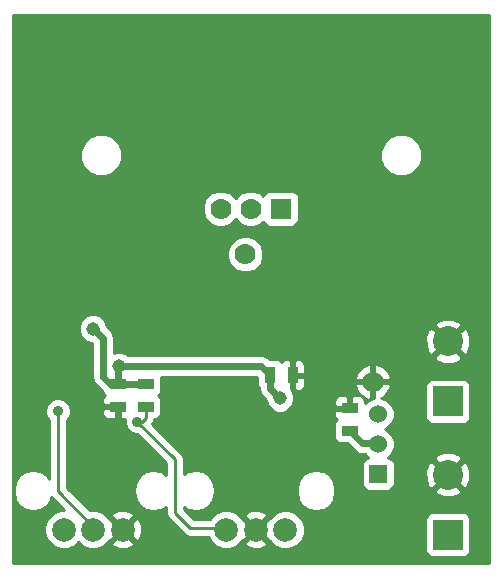
<source format=gbl>
G04 (created by PCBNEW (2013-07-07 BZR 4022)-stable) date 26/09/2015 17:58:38*
%MOIN*%
G04 Gerber Fmt 3.4, Leading zero omitted, Abs format*
%FSLAX34Y34*%
G01*
G70*
G90*
G04 APERTURE LIST*
%ADD10C,0.00393701*%
%ADD11R,0.055X0.035*%
%ADD12R,0.035X0.055*%
%ADD13C,0.07*%
%ADD14R,0.06X0.06*%
%ADD15C,0.06*%
%ADD16R,0.1X0.1*%
%ADD17C,0.1*%
%ADD18R,0.07X0.07*%
%ADD19C,0.0787402*%
%ADD20C,0.045*%
%ADD21C,0.035*%
%ADD22C,0.024*%
%ADD23C,0.01*%
G04 APERTURE END LIST*
G54D10*
G54D11*
X53275Y-28225D03*
X53275Y-27475D03*
G54D12*
X50625Y-26375D03*
X51375Y-26375D03*
G54D11*
X45550Y-26675D03*
X45550Y-27425D03*
X46475Y-26675D03*
X46475Y-27425D03*
G54D13*
X49803Y-22353D03*
X54046Y-26596D03*
G54D14*
X54225Y-29675D03*
G54D15*
X54225Y-28675D03*
X54225Y-27675D03*
G54D16*
X56550Y-31700D03*
G54D17*
X56550Y-29700D03*
G54D16*
X56550Y-27250D03*
G54D17*
X56550Y-25250D03*
G54D13*
X48975Y-20825D03*
X49975Y-20825D03*
G54D18*
X50975Y-20825D03*
G54D19*
X50150Y-31525D03*
X51134Y-31525D03*
X49165Y-31525D03*
X44725Y-31525D03*
X45709Y-31525D03*
X43740Y-31525D03*
G54D20*
X44725Y-24825D03*
X50950Y-27150D03*
X45600Y-26075D03*
X48700Y-29325D03*
X43700Y-25575D03*
X51200Y-27850D03*
X45550Y-28200D03*
G54D21*
X46200Y-27925D03*
X43550Y-27575D03*
G54D22*
X53275Y-28225D02*
X53700Y-28650D01*
X54200Y-28650D02*
X54225Y-28675D01*
X53700Y-28650D02*
X54200Y-28650D01*
X45050Y-25150D02*
X45050Y-26175D01*
X44725Y-24825D02*
X45050Y-25150D01*
X46475Y-26675D02*
X45550Y-26675D01*
X46150Y-26075D02*
X50325Y-26075D01*
X45600Y-26075D02*
X46150Y-26075D01*
X50325Y-26075D02*
X50625Y-26375D01*
X50950Y-27150D02*
X50625Y-26825D01*
X50625Y-26825D02*
X50625Y-26375D01*
X45050Y-26175D02*
X45050Y-26425D01*
X45300Y-26675D02*
X45550Y-26675D01*
X45050Y-26425D02*
X45300Y-26675D01*
X45550Y-26675D02*
X45550Y-26125D01*
X45550Y-26125D02*
X45600Y-26075D01*
X45050Y-26175D02*
X45050Y-26200D01*
X45600Y-26075D02*
X45575Y-26100D01*
X45550Y-27425D02*
X45550Y-28200D01*
X45550Y-28200D02*
X45575Y-28175D01*
G54D23*
X46200Y-27925D02*
X47450Y-29175D01*
X49115Y-31475D02*
X49165Y-31525D01*
X47950Y-31475D02*
X49115Y-31475D01*
X47450Y-30975D02*
X47950Y-31475D01*
X47450Y-29175D02*
X47450Y-30975D01*
X46200Y-27925D02*
X46350Y-27925D01*
X46475Y-27800D02*
X46475Y-27425D01*
X46350Y-27925D02*
X46475Y-27800D01*
X44725Y-31425D02*
X44725Y-31525D01*
X43550Y-30250D02*
X44725Y-31425D01*
X43550Y-27575D02*
X43550Y-30250D01*
G54D10*
G36*
X57930Y-32630D02*
X57303Y-32630D01*
X57303Y-29829D01*
X57303Y-25379D01*
X57295Y-25081D01*
X57196Y-24841D01*
X57080Y-24790D01*
X57009Y-24860D01*
X57009Y-24719D01*
X56958Y-24603D01*
X56679Y-24496D01*
X56381Y-24504D01*
X56141Y-24603D01*
X56090Y-24719D01*
X56550Y-25179D01*
X57009Y-24719D01*
X57009Y-24860D01*
X56620Y-25250D01*
X57080Y-25709D01*
X57196Y-25658D01*
X57303Y-25379D01*
X57303Y-29829D01*
X57300Y-29691D01*
X57300Y-27700D01*
X57300Y-26700D01*
X57262Y-26608D01*
X57191Y-26538D01*
X57099Y-26500D01*
X57009Y-26499D01*
X57009Y-25780D01*
X56550Y-25320D01*
X56479Y-25391D01*
X56479Y-25250D01*
X56019Y-24790D01*
X55903Y-24841D01*
X55796Y-25120D01*
X55804Y-25418D01*
X55903Y-25658D01*
X56019Y-25709D01*
X56479Y-25250D01*
X56479Y-25391D01*
X56090Y-25780D01*
X56141Y-25896D01*
X56420Y-26003D01*
X56718Y-25995D01*
X56958Y-25896D01*
X57009Y-25780D01*
X57009Y-26499D01*
X57000Y-26499D01*
X56000Y-26499D01*
X55908Y-26537D01*
X55838Y-26608D01*
X55800Y-26700D01*
X55799Y-26799D01*
X55799Y-27799D01*
X55837Y-27891D01*
X55908Y-27961D01*
X56000Y-27999D01*
X56099Y-28000D01*
X57099Y-28000D01*
X57191Y-27962D01*
X57261Y-27891D01*
X57299Y-27799D01*
X57300Y-27700D01*
X57300Y-29691D01*
X57295Y-29531D01*
X57196Y-29291D01*
X57080Y-29240D01*
X57009Y-29310D01*
X57009Y-29169D01*
X56958Y-29053D01*
X56679Y-28946D01*
X56381Y-28954D01*
X56141Y-29053D01*
X56090Y-29169D01*
X56550Y-29629D01*
X57009Y-29169D01*
X57009Y-29310D01*
X56620Y-29700D01*
X57080Y-30159D01*
X57196Y-30108D01*
X57303Y-29829D01*
X57303Y-32630D01*
X57300Y-32630D01*
X57300Y-32150D01*
X57300Y-31150D01*
X57262Y-31058D01*
X57191Y-30988D01*
X57099Y-30950D01*
X57009Y-30949D01*
X57009Y-30230D01*
X56550Y-29770D01*
X56479Y-29841D01*
X56479Y-29700D01*
X56019Y-29240D01*
X55903Y-29291D01*
X55796Y-29570D01*
X55804Y-29868D01*
X55903Y-30108D01*
X56019Y-30159D01*
X56479Y-29700D01*
X56479Y-29841D01*
X56090Y-30230D01*
X56141Y-30346D01*
X56420Y-30453D01*
X56718Y-30445D01*
X56958Y-30346D01*
X57009Y-30230D01*
X57009Y-30949D01*
X57000Y-30949D01*
X56000Y-30949D01*
X55908Y-30987D01*
X55838Y-31058D01*
X55800Y-31150D01*
X55799Y-31249D01*
X55799Y-32249D01*
X55837Y-32341D01*
X55908Y-32411D01*
X56000Y-32449D01*
X56099Y-32450D01*
X57099Y-32450D01*
X57191Y-32412D01*
X57261Y-32341D01*
X57299Y-32249D01*
X57300Y-32150D01*
X57300Y-32630D01*
X55702Y-32630D01*
X55702Y-18910D01*
X55596Y-18652D01*
X55398Y-18454D01*
X55140Y-18347D01*
X54860Y-18347D01*
X54602Y-18453D01*
X54404Y-18651D01*
X54297Y-18909D01*
X54297Y-19189D01*
X54403Y-19447D01*
X54601Y-19645D01*
X54859Y-19752D01*
X55139Y-19752D01*
X55397Y-19646D01*
X55595Y-19448D01*
X55702Y-19190D01*
X55702Y-18910D01*
X55702Y-32630D01*
X54775Y-32630D01*
X54775Y-28566D01*
X54691Y-28363D01*
X54536Y-28209D01*
X54455Y-28175D01*
X54536Y-28141D01*
X54690Y-27986D01*
X54774Y-27784D01*
X54775Y-27566D01*
X54691Y-27363D01*
X54536Y-27209D01*
X54334Y-27125D01*
X54332Y-27125D01*
X54407Y-27090D01*
X54568Y-26914D01*
X54640Y-26741D01*
X54640Y-26451D01*
X54540Y-26235D01*
X54364Y-26073D01*
X54191Y-26001D01*
X54096Y-26049D01*
X54096Y-26546D01*
X54593Y-26546D01*
X54640Y-26451D01*
X54640Y-26741D01*
X54593Y-26646D01*
X54096Y-26646D01*
X54096Y-27133D01*
X53996Y-27174D01*
X53996Y-27143D01*
X53996Y-26646D01*
X53996Y-26546D01*
X53996Y-26049D01*
X53901Y-26001D01*
X53685Y-26102D01*
X53523Y-26278D01*
X53451Y-26451D01*
X53499Y-26546D01*
X53996Y-26546D01*
X53996Y-26646D01*
X53499Y-26646D01*
X53451Y-26741D01*
X53552Y-26957D01*
X53728Y-27118D01*
X53901Y-27190D01*
X53996Y-27143D01*
X53996Y-27174D01*
X53913Y-27208D01*
X53800Y-27322D01*
X53800Y-27250D01*
X53762Y-27158D01*
X53691Y-27088D01*
X53599Y-27050D01*
X53500Y-27049D01*
X53387Y-27050D01*
X53325Y-27112D01*
X53325Y-27425D01*
X53332Y-27425D01*
X53332Y-27525D01*
X53325Y-27525D01*
X53325Y-27532D01*
X53225Y-27532D01*
X53225Y-27525D01*
X53225Y-27425D01*
X53225Y-27112D01*
X53162Y-27050D01*
X53049Y-27049D01*
X52950Y-27050D01*
X52858Y-27088D01*
X52787Y-27158D01*
X52749Y-27250D01*
X52750Y-27362D01*
X52812Y-27425D01*
X53225Y-27425D01*
X53225Y-27525D01*
X52812Y-27525D01*
X52750Y-27587D01*
X52749Y-27699D01*
X52787Y-27791D01*
X52846Y-27850D01*
X52788Y-27908D01*
X52750Y-28000D01*
X52749Y-28099D01*
X52749Y-28449D01*
X52787Y-28541D01*
X52858Y-28611D01*
X52950Y-28649D01*
X53049Y-28650D01*
X53176Y-28650D01*
X53438Y-28911D01*
X53558Y-28991D01*
X53700Y-29020D01*
X53792Y-29020D01*
X53897Y-29124D01*
X53875Y-29124D01*
X53783Y-29162D01*
X53713Y-29233D01*
X53675Y-29325D01*
X53674Y-29424D01*
X53674Y-30024D01*
X53712Y-30116D01*
X53783Y-30186D01*
X53875Y-30224D01*
X53974Y-30225D01*
X54574Y-30225D01*
X54666Y-30187D01*
X54736Y-30116D01*
X54774Y-30024D01*
X54775Y-29925D01*
X54775Y-29325D01*
X54737Y-29233D01*
X54666Y-29163D01*
X54574Y-29125D01*
X54552Y-29125D01*
X54690Y-28986D01*
X54774Y-28784D01*
X54775Y-28566D01*
X54775Y-32630D01*
X52801Y-32630D01*
X52801Y-30278D01*
X52801Y-30173D01*
X52752Y-29926D01*
X52613Y-29717D01*
X52404Y-29578D01*
X52157Y-29529D01*
X51911Y-29578D01*
X51800Y-29652D01*
X51800Y-26600D01*
X51800Y-26149D01*
X51799Y-26050D01*
X51761Y-25958D01*
X51691Y-25887D01*
X51599Y-25849D01*
X51575Y-25849D01*
X51575Y-21125D01*
X51575Y-20425D01*
X51537Y-20333D01*
X51466Y-20263D01*
X51374Y-20225D01*
X51275Y-20224D01*
X50575Y-20224D01*
X50483Y-20262D01*
X50413Y-20333D01*
X50389Y-20390D01*
X50315Y-20316D01*
X50094Y-20225D01*
X49856Y-20224D01*
X49635Y-20316D01*
X49474Y-20476D01*
X49315Y-20316D01*
X49094Y-20225D01*
X48856Y-20224D01*
X48635Y-20316D01*
X48466Y-20484D01*
X48375Y-20705D01*
X48374Y-20943D01*
X48466Y-21164D01*
X48634Y-21333D01*
X48855Y-21424D01*
X49093Y-21425D01*
X49314Y-21333D01*
X49475Y-21173D01*
X49634Y-21333D01*
X49855Y-21424D01*
X50093Y-21425D01*
X50314Y-21333D01*
X50389Y-21259D01*
X50412Y-21316D01*
X50483Y-21386D01*
X50575Y-21424D01*
X50674Y-21425D01*
X51374Y-21425D01*
X51466Y-21387D01*
X51536Y-21316D01*
X51574Y-21224D01*
X51575Y-21125D01*
X51575Y-25849D01*
X51487Y-25850D01*
X51425Y-25912D01*
X51425Y-26325D01*
X51737Y-26325D01*
X51800Y-26262D01*
X51800Y-26149D01*
X51800Y-26600D01*
X51800Y-26487D01*
X51737Y-26425D01*
X51425Y-26425D01*
X51425Y-26837D01*
X51487Y-26900D01*
X51599Y-26900D01*
X51691Y-26862D01*
X51761Y-26791D01*
X51799Y-26699D01*
X51800Y-26600D01*
X51800Y-29652D01*
X51702Y-29717D01*
X51563Y-29926D01*
X51514Y-30173D01*
X51514Y-30278D01*
X51563Y-30524D01*
X51702Y-30733D01*
X51911Y-30873D01*
X52157Y-30922D01*
X52404Y-30873D01*
X52613Y-30733D01*
X52752Y-30524D01*
X52801Y-30278D01*
X52801Y-32630D01*
X51778Y-32630D01*
X51778Y-31397D01*
X51680Y-31160D01*
X51499Y-30979D01*
X51425Y-30948D01*
X51425Y-27055D01*
X51352Y-26881D01*
X51317Y-26845D01*
X51325Y-26837D01*
X51325Y-26425D01*
X51317Y-26425D01*
X51317Y-26325D01*
X51325Y-26325D01*
X51325Y-25912D01*
X51262Y-25850D01*
X51150Y-25849D01*
X51058Y-25887D01*
X50999Y-25946D01*
X50941Y-25888D01*
X50849Y-25850D01*
X50750Y-25849D01*
X50623Y-25849D01*
X50586Y-25813D01*
X50466Y-25733D01*
X50403Y-25720D01*
X50403Y-22234D01*
X50312Y-22014D01*
X50143Y-21845D01*
X49923Y-21753D01*
X49684Y-21753D01*
X49464Y-21844D01*
X49295Y-22013D01*
X49203Y-22233D01*
X49203Y-22472D01*
X49294Y-22693D01*
X49463Y-22862D01*
X49683Y-22953D01*
X49922Y-22953D01*
X50143Y-22862D01*
X50312Y-22693D01*
X50403Y-22473D01*
X50403Y-22234D01*
X50403Y-25720D01*
X50325Y-25705D01*
X46150Y-25705D01*
X45901Y-25705D01*
X45869Y-25672D01*
X45702Y-25603D01*
X45702Y-18910D01*
X45596Y-18652D01*
X45398Y-18454D01*
X45140Y-18347D01*
X44860Y-18347D01*
X44602Y-18453D01*
X44404Y-18651D01*
X44297Y-18909D01*
X44297Y-19189D01*
X44403Y-19447D01*
X44601Y-19645D01*
X44859Y-19752D01*
X45139Y-19752D01*
X45397Y-19646D01*
X45595Y-19448D01*
X45702Y-19190D01*
X45702Y-18910D01*
X45702Y-25603D01*
X45694Y-25600D01*
X45505Y-25599D01*
X45420Y-25635D01*
X45420Y-25150D01*
X45391Y-25008D01*
X45311Y-24888D01*
X45200Y-24776D01*
X45200Y-24730D01*
X45127Y-24556D01*
X44994Y-24422D01*
X44819Y-24350D01*
X44630Y-24349D01*
X44456Y-24422D01*
X44322Y-24555D01*
X44250Y-24730D01*
X44249Y-24919D01*
X44322Y-25093D01*
X44455Y-25227D01*
X44630Y-25299D01*
X44676Y-25299D01*
X44680Y-25303D01*
X44680Y-26175D01*
X44680Y-26200D01*
X44680Y-26425D01*
X44708Y-26566D01*
X44788Y-26686D01*
X45038Y-26936D01*
X45041Y-26938D01*
X45062Y-26991D01*
X45121Y-27050D01*
X45062Y-27108D01*
X45024Y-27200D01*
X45025Y-27312D01*
X45087Y-27375D01*
X45500Y-27375D01*
X45500Y-27367D01*
X45600Y-27367D01*
X45600Y-27375D01*
X45607Y-27375D01*
X45607Y-27475D01*
X45600Y-27475D01*
X45600Y-27787D01*
X45662Y-27850D01*
X45775Y-27850D01*
X45774Y-28009D01*
X45839Y-28165D01*
X45958Y-28285D01*
X46115Y-28349D01*
X46200Y-28350D01*
X47150Y-29299D01*
X47150Y-29692D01*
X46979Y-29578D01*
X46732Y-29529D01*
X46486Y-29578D01*
X46277Y-29717D01*
X46138Y-29926D01*
X46089Y-30173D01*
X46089Y-30278D01*
X46138Y-30524D01*
X46277Y-30733D01*
X46486Y-30873D01*
X46732Y-30922D01*
X46979Y-30873D01*
X47150Y-30759D01*
X47150Y-30975D01*
X47172Y-31089D01*
X47237Y-31187D01*
X47737Y-31687D01*
X47737Y-31687D01*
X47835Y-31752D01*
X47950Y-31775D01*
X48572Y-31775D01*
X48619Y-31889D01*
X48800Y-32070D01*
X49037Y-32168D01*
X49293Y-32168D01*
X49529Y-32071D01*
X49693Y-31907D01*
X49696Y-31908D01*
X50079Y-31525D01*
X49696Y-31141D01*
X49693Y-31142D01*
X49530Y-30979D01*
X49294Y-30881D01*
X49038Y-30881D01*
X48801Y-30978D01*
X48620Y-31159D01*
X48614Y-31175D01*
X48074Y-31175D01*
X47750Y-30850D01*
X47750Y-30775D01*
X47895Y-30873D01*
X48142Y-30922D01*
X48388Y-30873D01*
X48597Y-30733D01*
X48736Y-30524D01*
X48785Y-30278D01*
X48785Y-30173D01*
X48736Y-29926D01*
X48597Y-29717D01*
X48388Y-29578D01*
X48142Y-29529D01*
X47895Y-29578D01*
X47750Y-29675D01*
X47750Y-29175D01*
X47727Y-29060D01*
X47662Y-28962D01*
X46696Y-27997D01*
X46752Y-27914D01*
X46765Y-27850D01*
X46765Y-27850D01*
X46799Y-27850D01*
X46891Y-27812D01*
X46961Y-27741D01*
X46999Y-27649D01*
X47000Y-27550D01*
X47000Y-27200D01*
X46962Y-27108D01*
X46903Y-27049D01*
X46961Y-26991D01*
X46999Y-26899D01*
X47000Y-26800D01*
X47000Y-26450D01*
X46997Y-26445D01*
X50171Y-26445D01*
X50199Y-26473D01*
X50199Y-26699D01*
X50237Y-26791D01*
X50255Y-26808D01*
X50255Y-26825D01*
X50283Y-26966D01*
X50363Y-27086D01*
X50474Y-27198D01*
X50474Y-27244D01*
X50547Y-27418D01*
X50680Y-27552D01*
X50855Y-27624D01*
X51044Y-27625D01*
X51218Y-27552D01*
X51352Y-27419D01*
X51424Y-27244D01*
X51425Y-27055D01*
X51425Y-30948D01*
X51262Y-30881D01*
X51006Y-30881D01*
X50770Y-30978D01*
X50606Y-31142D01*
X50603Y-31141D01*
X50533Y-31212D01*
X50533Y-31071D01*
X50494Y-30966D01*
X50254Y-30877D01*
X49998Y-30886D01*
X49805Y-30966D01*
X49766Y-31071D01*
X50150Y-31454D01*
X50533Y-31071D01*
X50533Y-31212D01*
X50220Y-31525D01*
X50603Y-31908D01*
X50606Y-31907D01*
X50769Y-32070D01*
X51005Y-32168D01*
X51261Y-32168D01*
X51498Y-32071D01*
X51679Y-31890D01*
X51777Y-31653D01*
X51778Y-31397D01*
X51778Y-32630D01*
X50533Y-32630D01*
X50533Y-31978D01*
X50150Y-31595D01*
X49766Y-31978D01*
X49805Y-32083D01*
X50045Y-32172D01*
X50301Y-32163D01*
X50494Y-32083D01*
X50533Y-31978D01*
X50533Y-32630D01*
X46357Y-32630D01*
X46357Y-31629D01*
X46347Y-31373D01*
X46268Y-31180D01*
X46163Y-31141D01*
X46092Y-31212D01*
X46092Y-31071D01*
X46053Y-30966D01*
X45813Y-30877D01*
X45557Y-30886D01*
X45500Y-30910D01*
X45500Y-27787D01*
X45500Y-27475D01*
X45087Y-27475D01*
X45025Y-27537D01*
X45024Y-27649D01*
X45062Y-27741D01*
X45133Y-27811D01*
X45225Y-27849D01*
X45324Y-27850D01*
X45437Y-27850D01*
X45500Y-27787D01*
X45500Y-30910D01*
X45365Y-30966D01*
X45326Y-31071D01*
X45709Y-31454D01*
X46092Y-31071D01*
X46092Y-31212D01*
X45779Y-31525D01*
X46163Y-31908D01*
X46268Y-31869D01*
X46357Y-31629D01*
X46357Y-32630D01*
X46092Y-32630D01*
X46092Y-31978D01*
X45709Y-31595D01*
X45638Y-31666D01*
X45638Y-31525D01*
X45255Y-31141D01*
X45253Y-31142D01*
X45090Y-30979D01*
X44853Y-30881D01*
X44605Y-30881D01*
X43850Y-30125D01*
X43850Y-27876D01*
X43910Y-27816D01*
X43974Y-27659D01*
X43975Y-27490D01*
X43910Y-27334D01*
X43791Y-27214D01*
X43634Y-27150D01*
X43465Y-27149D01*
X43309Y-27214D01*
X43189Y-27333D01*
X43125Y-27490D01*
X43124Y-27659D01*
X43189Y-27815D01*
X43250Y-27876D01*
X43250Y-29834D01*
X43172Y-29717D01*
X42963Y-29578D01*
X42717Y-29529D01*
X42470Y-29578D01*
X42261Y-29717D01*
X42122Y-29926D01*
X42073Y-30173D01*
X42073Y-30278D01*
X42122Y-30524D01*
X42261Y-30733D01*
X42470Y-30873D01*
X42717Y-30922D01*
X42963Y-30873D01*
X43172Y-30733D01*
X43311Y-30524D01*
X43327Y-30446D01*
X43337Y-30462D01*
X43757Y-30881D01*
X43613Y-30881D01*
X43376Y-30978D01*
X43195Y-31159D01*
X43097Y-31396D01*
X43096Y-31652D01*
X43194Y-31889D01*
X43375Y-32070D01*
X43612Y-32168D01*
X43868Y-32168D01*
X44104Y-32071D01*
X44232Y-31943D01*
X44359Y-32070D01*
X44596Y-32168D01*
X44852Y-32168D01*
X45089Y-32071D01*
X45253Y-31907D01*
X45255Y-31908D01*
X45638Y-31525D01*
X45638Y-31666D01*
X45326Y-31978D01*
X45365Y-32083D01*
X45605Y-32172D01*
X45861Y-32163D01*
X46053Y-32083D01*
X46092Y-31978D01*
X46092Y-32630D01*
X42069Y-32630D01*
X42069Y-14369D01*
X57930Y-14369D01*
X57930Y-32630D01*
X57930Y-32630D01*
G37*
G54D23*
X57930Y-32630D02*
X57303Y-32630D01*
X57303Y-29829D01*
X57303Y-25379D01*
X57295Y-25081D01*
X57196Y-24841D01*
X57080Y-24790D01*
X57009Y-24860D01*
X57009Y-24719D01*
X56958Y-24603D01*
X56679Y-24496D01*
X56381Y-24504D01*
X56141Y-24603D01*
X56090Y-24719D01*
X56550Y-25179D01*
X57009Y-24719D01*
X57009Y-24860D01*
X56620Y-25250D01*
X57080Y-25709D01*
X57196Y-25658D01*
X57303Y-25379D01*
X57303Y-29829D01*
X57300Y-29691D01*
X57300Y-27700D01*
X57300Y-26700D01*
X57262Y-26608D01*
X57191Y-26538D01*
X57099Y-26500D01*
X57009Y-26499D01*
X57009Y-25780D01*
X56550Y-25320D01*
X56479Y-25391D01*
X56479Y-25250D01*
X56019Y-24790D01*
X55903Y-24841D01*
X55796Y-25120D01*
X55804Y-25418D01*
X55903Y-25658D01*
X56019Y-25709D01*
X56479Y-25250D01*
X56479Y-25391D01*
X56090Y-25780D01*
X56141Y-25896D01*
X56420Y-26003D01*
X56718Y-25995D01*
X56958Y-25896D01*
X57009Y-25780D01*
X57009Y-26499D01*
X57000Y-26499D01*
X56000Y-26499D01*
X55908Y-26537D01*
X55838Y-26608D01*
X55800Y-26700D01*
X55799Y-26799D01*
X55799Y-27799D01*
X55837Y-27891D01*
X55908Y-27961D01*
X56000Y-27999D01*
X56099Y-28000D01*
X57099Y-28000D01*
X57191Y-27962D01*
X57261Y-27891D01*
X57299Y-27799D01*
X57300Y-27700D01*
X57300Y-29691D01*
X57295Y-29531D01*
X57196Y-29291D01*
X57080Y-29240D01*
X57009Y-29310D01*
X57009Y-29169D01*
X56958Y-29053D01*
X56679Y-28946D01*
X56381Y-28954D01*
X56141Y-29053D01*
X56090Y-29169D01*
X56550Y-29629D01*
X57009Y-29169D01*
X57009Y-29310D01*
X56620Y-29700D01*
X57080Y-30159D01*
X57196Y-30108D01*
X57303Y-29829D01*
X57303Y-32630D01*
X57300Y-32630D01*
X57300Y-32150D01*
X57300Y-31150D01*
X57262Y-31058D01*
X57191Y-30988D01*
X57099Y-30950D01*
X57009Y-30949D01*
X57009Y-30230D01*
X56550Y-29770D01*
X56479Y-29841D01*
X56479Y-29700D01*
X56019Y-29240D01*
X55903Y-29291D01*
X55796Y-29570D01*
X55804Y-29868D01*
X55903Y-30108D01*
X56019Y-30159D01*
X56479Y-29700D01*
X56479Y-29841D01*
X56090Y-30230D01*
X56141Y-30346D01*
X56420Y-30453D01*
X56718Y-30445D01*
X56958Y-30346D01*
X57009Y-30230D01*
X57009Y-30949D01*
X57000Y-30949D01*
X56000Y-30949D01*
X55908Y-30987D01*
X55838Y-31058D01*
X55800Y-31150D01*
X55799Y-31249D01*
X55799Y-32249D01*
X55837Y-32341D01*
X55908Y-32411D01*
X56000Y-32449D01*
X56099Y-32450D01*
X57099Y-32450D01*
X57191Y-32412D01*
X57261Y-32341D01*
X57299Y-32249D01*
X57300Y-32150D01*
X57300Y-32630D01*
X55702Y-32630D01*
X55702Y-18910D01*
X55596Y-18652D01*
X55398Y-18454D01*
X55140Y-18347D01*
X54860Y-18347D01*
X54602Y-18453D01*
X54404Y-18651D01*
X54297Y-18909D01*
X54297Y-19189D01*
X54403Y-19447D01*
X54601Y-19645D01*
X54859Y-19752D01*
X55139Y-19752D01*
X55397Y-19646D01*
X55595Y-19448D01*
X55702Y-19190D01*
X55702Y-18910D01*
X55702Y-32630D01*
X54775Y-32630D01*
X54775Y-28566D01*
X54691Y-28363D01*
X54536Y-28209D01*
X54455Y-28175D01*
X54536Y-28141D01*
X54690Y-27986D01*
X54774Y-27784D01*
X54775Y-27566D01*
X54691Y-27363D01*
X54536Y-27209D01*
X54334Y-27125D01*
X54332Y-27125D01*
X54407Y-27090D01*
X54568Y-26914D01*
X54640Y-26741D01*
X54640Y-26451D01*
X54540Y-26235D01*
X54364Y-26073D01*
X54191Y-26001D01*
X54096Y-26049D01*
X54096Y-26546D01*
X54593Y-26546D01*
X54640Y-26451D01*
X54640Y-26741D01*
X54593Y-26646D01*
X54096Y-26646D01*
X54096Y-27133D01*
X53996Y-27174D01*
X53996Y-27143D01*
X53996Y-26646D01*
X53996Y-26546D01*
X53996Y-26049D01*
X53901Y-26001D01*
X53685Y-26102D01*
X53523Y-26278D01*
X53451Y-26451D01*
X53499Y-26546D01*
X53996Y-26546D01*
X53996Y-26646D01*
X53499Y-26646D01*
X53451Y-26741D01*
X53552Y-26957D01*
X53728Y-27118D01*
X53901Y-27190D01*
X53996Y-27143D01*
X53996Y-27174D01*
X53913Y-27208D01*
X53800Y-27322D01*
X53800Y-27250D01*
X53762Y-27158D01*
X53691Y-27088D01*
X53599Y-27050D01*
X53500Y-27049D01*
X53387Y-27050D01*
X53325Y-27112D01*
X53325Y-27425D01*
X53332Y-27425D01*
X53332Y-27525D01*
X53325Y-27525D01*
X53325Y-27532D01*
X53225Y-27532D01*
X53225Y-27525D01*
X53225Y-27425D01*
X53225Y-27112D01*
X53162Y-27050D01*
X53049Y-27049D01*
X52950Y-27050D01*
X52858Y-27088D01*
X52787Y-27158D01*
X52749Y-27250D01*
X52750Y-27362D01*
X52812Y-27425D01*
X53225Y-27425D01*
X53225Y-27525D01*
X52812Y-27525D01*
X52750Y-27587D01*
X52749Y-27699D01*
X52787Y-27791D01*
X52846Y-27850D01*
X52788Y-27908D01*
X52750Y-28000D01*
X52749Y-28099D01*
X52749Y-28449D01*
X52787Y-28541D01*
X52858Y-28611D01*
X52950Y-28649D01*
X53049Y-28650D01*
X53176Y-28650D01*
X53438Y-28911D01*
X53558Y-28991D01*
X53700Y-29020D01*
X53792Y-29020D01*
X53897Y-29124D01*
X53875Y-29124D01*
X53783Y-29162D01*
X53713Y-29233D01*
X53675Y-29325D01*
X53674Y-29424D01*
X53674Y-30024D01*
X53712Y-30116D01*
X53783Y-30186D01*
X53875Y-30224D01*
X53974Y-30225D01*
X54574Y-30225D01*
X54666Y-30187D01*
X54736Y-30116D01*
X54774Y-30024D01*
X54775Y-29925D01*
X54775Y-29325D01*
X54737Y-29233D01*
X54666Y-29163D01*
X54574Y-29125D01*
X54552Y-29125D01*
X54690Y-28986D01*
X54774Y-28784D01*
X54775Y-28566D01*
X54775Y-32630D01*
X52801Y-32630D01*
X52801Y-30278D01*
X52801Y-30173D01*
X52752Y-29926D01*
X52613Y-29717D01*
X52404Y-29578D01*
X52157Y-29529D01*
X51911Y-29578D01*
X51800Y-29652D01*
X51800Y-26600D01*
X51800Y-26149D01*
X51799Y-26050D01*
X51761Y-25958D01*
X51691Y-25887D01*
X51599Y-25849D01*
X51575Y-25849D01*
X51575Y-21125D01*
X51575Y-20425D01*
X51537Y-20333D01*
X51466Y-20263D01*
X51374Y-20225D01*
X51275Y-20224D01*
X50575Y-20224D01*
X50483Y-20262D01*
X50413Y-20333D01*
X50389Y-20390D01*
X50315Y-20316D01*
X50094Y-20225D01*
X49856Y-20224D01*
X49635Y-20316D01*
X49474Y-20476D01*
X49315Y-20316D01*
X49094Y-20225D01*
X48856Y-20224D01*
X48635Y-20316D01*
X48466Y-20484D01*
X48375Y-20705D01*
X48374Y-20943D01*
X48466Y-21164D01*
X48634Y-21333D01*
X48855Y-21424D01*
X49093Y-21425D01*
X49314Y-21333D01*
X49475Y-21173D01*
X49634Y-21333D01*
X49855Y-21424D01*
X50093Y-21425D01*
X50314Y-21333D01*
X50389Y-21259D01*
X50412Y-21316D01*
X50483Y-21386D01*
X50575Y-21424D01*
X50674Y-21425D01*
X51374Y-21425D01*
X51466Y-21387D01*
X51536Y-21316D01*
X51574Y-21224D01*
X51575Y-21125D01*
X51575Y-25849D01*
X51487Y-25850D01*
X51425Y-25912D01*
X51425Y-26325D01*
X51737Y-26325D01*
X51800Y-26262D01*
X51800Y-26149D01*
X51800Y-26600D01*
X51800Y-26487D01*
X51737Y-26425D01*
X51425Y-26425D01*
X51425Y-26837D01*
X51487Y-26900D01*
X51599Y-26900D01*
X51691Y-26862D01*
X51761Y-26791D01*
X51799Y-26699D01*
X51800Y-26600D01*
X51800Y-29652D01*
X51702Y-29717D01*
X51563Y-29926D01*
X51514Y-30173D01*
X51514Y-30278D01*
X51563Y-30524D01*
X51702Y-30733D01*
X51911Y-30873D01*
X52157Y-30922D01*
X52404Y-30873D01*
X52613Y-30733D01*
X52752Y-30524D01*
X52801Y-30278D01*
X52801Y-32630D01*
X51778Y-32630D01*
X51778Y-31397D01*
X51680Y-31160D01*
X51499Y-30979D01*
X51425Y-30948D01*
X51425Y-27055D01*
X51352Y-26881D01*
X51317Y-26845D01*
X51325Y-26837D01*
X51325Y-26425D01*
X51317Y-26425D01*
X51317Y-26325D01*
X51325Y-26325D01*
X51325Y-25912D01*
X51262Y-25850D01*
X51150Y-25849D01*
X51058Y-25887D01*
X50999Y-25946D01*
X50941Y-25888D01*
X50849Y-25850D01*
X50750Y-25849D01*
X50623Y-25849D01*
X50586Y-25813D01*
X50466Y-25733D01*
X50403Y-25720D01*
X50403Y-22234D01*
X50312Y-22014D01*
X50143Y-21845D01*
X49923Y-21753D01*
X49684Y-21753D01*
X49464Y-21844D01*
X49295Y-22013D01*
X49203Y-22233D01*
X49203Y-22472D01*
X49294Y-22693D01*
X49463Y-22862D01*
X49683Y-22953D01*
X49922Y-22953D01*
X50143Y-22862D01*
X50312Y-22693D01*
X50403Y-22473D01*
X50403Y-22234D01*
X50403Y-25720D01*
X50325Y-25705D01*
X46150Y-25705D01*
X45901Y-25705D01*
X45869Y-25672D01*
X45702Y-25603D01*
X45702Y-18910D01*
X45596Y-18652D01*
X45398Y-18454D01*
X45140Y-18347D01*
X44860Y-18347D01*
X44602Y-18453D01*
X44404Y-18651D01*
X44297Y-18909D01*
X44297Y-19189D01*
X44403Y-19447D01*
X44601Y-19645D01*
X44859Y-19752D01*
X45139Y-19752D01*
X45397Y-19646D01*
X45595Y-19448D01*
X45702Y-19190D01*
X45702Y-18910D01*
X45702Y-25603D01*
X45694Y-25600D01*
X45505Y-25599D01*
X45420Y-25635D01*
X45420Y-25150D01*
X45391Y-25008D01*
X45311Y-24888D01*
X45200Y-24776D01*
X45200Y-24730D01*
X45127Y-24556D01*
X44994Y-24422D01*
X44819Y-24350D01*
X44630Y-24349D01*
X44456Y-24422D01*
X44322Y-24555D01*
X44250Y-24730D01*
X44249Y-24919D01*
X44322Y-25093D01*
X44455Y-25227D01*
X44630Y-25299D01*
X44676Y-25299D01*
X44680Y-25303D01*
X44680Y-26175D01*
X44680Y-26200D01*
X44680Y-26425D01*
X44708Y-26566D01*
X44788Y-26686D01*
X45038Y-26936D01*
X45041Y-26938D01*
X45062Y-26991D01*
X45121Y-27050D01*
X45062Y-27108D01*
X45024Y-27200D01*
X45025Y-27312D01*
X45087Y-27375D01*
X45500Y-27375D01*
X45500Y-27367D01*
X45600Y-27367D01*
X45600Y-27375D01*
X45607Y-27375D01*
X45607Y-27475D01*
X45600Y-27475D01*
X45600Y-27787D01*
X45662Y-27850D01*
X45775Y-27850D01*
X45774Y-28009D01*
X45839Y-28165D01*
X45958Y-28285D01*
X46115Y-28349D01*
X46200Y-28350D01*
X47150Y-29299D01*
X47150Y-29692D01*
X46979Y-29578D01*
X46732Y-29529D01*
X46486Y-29578D01*
X46277Y-29717D01*
X46138Y-29926D01*
X46089Y-30173D01*
X46089Y-30278D01*
X46138Y-30524D01*
X46277Y-30733D01*
X46486Y-30873D01*
X46732Y-30922D01*
X46979Y-30873D01*
X47150Y-30759D01*
X47150Y-30975D01*
X47172Y-31089D01*
X47237Y-31187D01*
X47737Y-31687D01*
X47737Y-31687D01*
X47835Y-31752D01*
X47950Y-31775D01*
X48572Y-31775D01*
X48619Y-31889D01*
X48800Y-32070D01*
X49037Y-32168D01*
X49293Y-32168D01*
X49529Y-32071D01*
X49693Y-31907D01*
X49696Y-31908D01*
X50079Y-31525D01*
X49696Y-31141D01*
X49693Y-31142D01*
X49530Y-30979D01*
X49294Y-30881D01*
X49038Y-30881D01*
X48801Y-30978D01*
X48620Y-31159D01*
X48614Y-31175D01*
X48074Y-31175D01*
X47750Y-30850D01*
X47750Y-30775D01*
X47895Y-30873D01*
X48142Y-30922D01*
X48388Y-30873D01*
X48597Y-30733D01*
X48736Y-30524D01*
X48785Y-30278D01*
X48785Y-30173D01*
X48736Y-29926D01*
X48597Y-29717D01*
X48388Y-29578D01*
X48142Y-29529D01*
X47895Y-29578D01*
X47750Y-29675D01*
X47750Y-29175D01*
X47727Y-29060D01*
X47662Y-28962D01*
X46696Y-27997D01*
X46752Y-27914D01*
X46765Y-27850D01*
X46765Y-27850D01*
X46799Y-27850D01*
X46891Y-27812D01*
X46961Y-27741D01*
X46999Y-27649D01*
X47000Y-27550D01*
X47000Y-27200D01*
X46962Y-27108D01*
X46903Y-27049D01*
X46961Y-26991D01*
X46999Y-26899D01*
X47000Y-26800D01*
X47000Y-26450D01*
X46997Y-26445D01*
X50171Y-26445D01*
X50199Y-26473D01*
X50199Y-26699D01*
X50237Y-26791D01*
X50255Y-26808D01*
X50255Y-26825D01*
X50283Y-26966D01*
X50363Y-27086D01*
X50474Y-27198D01*
X50474Y-27244D01*
X50547Y-27418D01*
X50680Y-27552D01*
X50855Y-27624D01*
X51044Y-27625D01*
X51218Y-27552D01*
X51352Y-27419D01*
X51424Y-27244D01*
X51425Y-27055D01*
X51425Y-30948D01*
X51262Y-30881D01*
X51006Y-30881D01*
X50770Y-30978D01*
X50606Y-31142D01*
X50603Y-31141D01*
X50533Y-31212D01*
X50533Y-31071D01*
X50494Y-30966D01*
X50254Y-30877D01*
X49998Y-30886D01*
X49805Y-30966D01*
X49766Y-31071D01*
X50150Y-31454D01*
X50533Y-31071D01*
X50533Y-31212D01*
X50220Y-31525D01*
X50603Y-31908D01*
X50606Y-31907D01*
X50769Y-32070D01*
X51005Y-32168D01*
X51261Y-32168D01*
X51498Y-32071D01*
X51679Y-31890D01*
X51777Y-31653D01*
X51778Y-31397D01*
X51778Y-32630D01*
X50533Y-32630D01*
X50533Y-31978D01*
X50150Y-31595D01*
X49766Y-31978D01*
X49805Y-32083D01*
X50045Y-32172D01*
X50301Y-32163D01*
X50494Y-32083D01*
X50533Y-31978D01*
X50533Y-32630D01*
X46357Y-32630D01*
X46357Y-31629D01*
X46347Y-31373D01*
X46268Y-31180D01*
X46163Y-31141D01*
X46092Y-31212D01*
X46092Y-31071D01*
X46053Y-30966D01*
X45813Y-30877D01*
X45557Y-30886D01*
X45500Y-30910D01*
X45500Y-27787D01*
X45500Y-27475D01*
X45087Y-27475D01*
X45025Y-27537D01*
X45024Y-27649D01*
X45062Y-27741D01*
X45133Y-27811D01*
X45225Y-27849D01*
X45324Y-27850D01*
X45437Y-27850D01*
X45500Y-27787D01*
X45500Y-30910D01*
X45365Y-30966D01*
X45326Y-31071D01*
X45709Y-31454D01*
X46092Y-31071D01*
X46092Y-31212D01*
X45779Y-31525D01*
X46163Y-31908D01*
X46268Y-31869D01*
X46357Y-31629D01*
X46357Y-32630D01*
X46092Y-32630D01*
X46092Y-31978D01*
X45709Y-31595D01*
X45638Y-31666D01*
X45638Y-31525D01*
X45255Y-31141D01*
X45253Y-31142D01*
X45090Y-30979D01*
X44853Y-30881D01*
X44605Y-30881D01*
X43850Y-30125D01*
X43850Y-27876D01*
X43910Y-27816D01*
X43974Y-27659D01*
X43975Y-27490D01*
X43910Y-27334D01*
X43791Y-27214D01*
X43634Y-27150D01*
X43465Y-27149D01*
X43309Y-27214D01*
X43189Y-27333D01*
X43125Y-27490D01*
X43124Y-27659D01*
X43189Y-27815D01*
X43250Y-27876D01*
X43250Y-29834D01*
X43172Y-29717D01*
X42963Y-29578D01*
X42717Y-29529D01*
X42470Y-29578D01*
X42261Y-29717D01*
X42122Y-29926D01*
X42073Y-30173D01*
X42073Y-30278D01*
X42122Y-30524D01*
X42261Y-30733D01*
X42470Y-30873D01*
X42717Y-30922D01*
X42963Y-30873D01*
X43172Y-30733D01*
X43311Y-30524D01*
X43327Y-30446D01*
X43337Y-30462D01*
X43757Y-30881D01*
X43613Y-30881D01*
X43376Y-30978D01*
X43195Y-31159D01*
X43097Y-31396D01*
X43096Y-31652D01*
X43194Y-31889D01*
X43375Y-32070D01*
X43612Y-32168D01*
X43868Y-32168D01*
X44104Y-32071D01*
X44232Y-31943D01*
X44359Y-32070D01*
X44596Y-32168D01*
X44852Y-32168D01*
X45089Y-32071D01*
X45253Y-31907D01*
X45255Y-31908D01*
X45638Y-31525D01*
X45638Y-31666D01*
X45326Y-31978D01*
X45365Y-32083D01*
X45605Y-32172D01*
X45861Y-32163D01*
X46053Y-32083D01*
X46092Y-31978D01*
X46092Y-32630D01*
X42069Y-32630D01*
X42069Y-14369D01*
X57930Y-14369D01*
X57930Y-32630D01*
M02*

</source>
